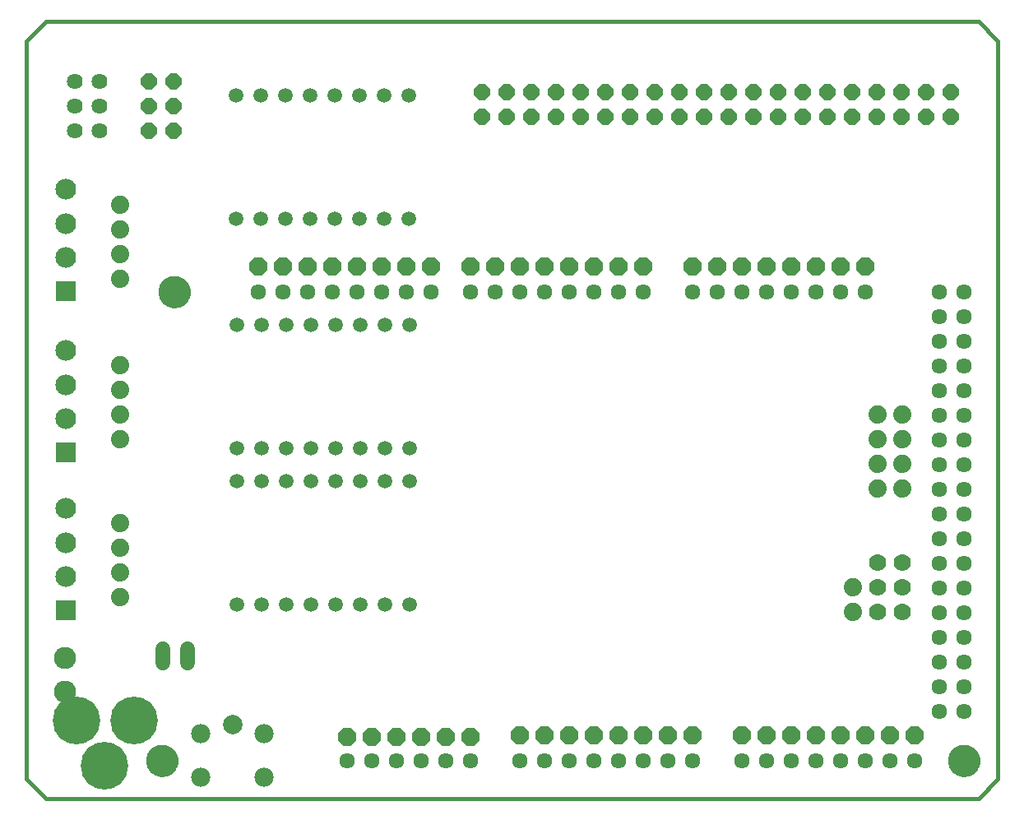
<source format=gbs>
G75*
G70*
%OFA0B0*%
%FSLAX24Y24*%
%IPPOS*%
%LPD*%
%AMOC8*
5,1,8,0,0,1.08239X$1,22.5*
%
%ADD10C,0.0160*%
%ADD11C,0.0634*%
%ADD12C,0.0000*%
%ADD13C,0.1300*%
%ADD14C,0.0740*%
%ADD15C,0.0594*%
%ADD16C,0.0640*%
%ADD17C,0.1930*%
%ADD18C,0.0600*%
%ADD19R,0.0840X0.0840*%
%ADD20C,0.0840*%
%ADD21C,0.0900*%
%ADD22C,0.0780*%
%ADD23OC8,0.0740*%
%ADD24C,0.0700*%
%ADD25OC8,0.0640*%
%ADD26C,0.0790*%
D10*
X003160Y001147D02*
X003947Y000359D01*
X041743Y000359D01*
X042530Y001147D01*
X042530Y031068D01*
X041743Y031855D01*
X003947Y031855D01*
X003160Y031068D01*
X003160Y001147D01*
D11*
X016160Y001891D03*
X017160Y001891D03*
X018160Y001891D03*
X019160Y001891D03*
X020160Y001891D03*
X021160Y001891D03*
X023160Y001891D03*
X024160Y001891D03*
X025160Y001891D03*
X026160Y001891D03*
X027160Y001891D03*
X028160Y001891D03*
X029160Y001891D03*
X030160Y001891D03*
X032160Y001891D03*
X033160Y001891D03*
X034160Y001891D03*
X035160Y001891D03*
X036160Y001891D03*
X037160Y001891D03*
X038160Y001891D03*
X039160Y001891D03*
X040160Y003891D03*
X041160Y003891D03*
X041160Y004891D03*
X040160Y004891D03*
X040160Y005891D03*
X041160Y005891D03*
X041160Y006891D03*
X040160Y006891D03*
X040160Y007891D03*
X041160Y007891D03*
X041160Y008891D03*
X040160Y008891D03*
X040160Y009891D03*
X041160Y009891D03*
X041160Y010891D03*
X040160Y010891D03*
X040160Y011891D03*
X041160Y011891D03*
X041160Y012891D03*
X040160Y012891D03*
X040160Y013891D03*
X041160Y013891D03*
X041160Y014891D03*
X040160Y014891D03*
X040160Y015891D03*
X041160Y015891D03*
X041160Y016891D03*
X040160Y016891D03*
X040160Y017891D03*
X041160Y017891D03*
X041160Y018891D03*
X040160Y018891D03*
X040160Y019891D03*
X041160Y019891D03*
X041160Y020891D03*
X040160Y020891D03*
X037160Y020891D03*
X036160Y020891D03*
X035160Y020891D03*
X034160Y020891D03*
X033160Y020891D03*
X032160Y020891D03*
X031160Y020891D03*
X030160Y020891D03*
X028160Y020891D03*
X027160Y020891D03*
X026160Y020891D03*
X025160Y020891D03*
X024160Y020891D03*
X023160Y020891D03*
X022160Y020891D03*
X021160Y020891D03*
X019560Y020891D03*
X018560Y020891D03*
X017560Y020891D03*
X016560Y020891D03*
X015560Y020891D03*
X014560Y020891D03*
X013560Y020891D03*
X012560Y020891D03*
D12*
X008530Y020891D02*
X008532Y020941D01*
X008538Y020991D01*
X008548Y021040D01*
X008562Y021088D01*
X008579Y021135D01*
X008600Y021180D01*
X008625Y021224D01*
X008653Y021265D01*
X008685Y021304D01*
X008719Y021341D01*
X008756Y021375D01*
X008796Y021405D01*
X008838Y021432D01*
X008882Y021456D01*
X008928Y021477D01*
X008975Y021493D01*
X009023Y021506D01*
X009073Y021515D01*
X009122Y021520D01*
X009173Y021521D01*
X009223Y021518D01*
X009272Y021511D01*
X009321Y021500D01*
X009369Y021485D01*
X009415Y021467D01*
X009460Y021445D01*
X009503Y021419D01*
X009544Y021390D01*
X009583Y021358D01*
X009619Y021323D01*
X009651Y021285D01*
X009681Y021245D01*
X009708Y021202D01*
X009731Y021158D01*
X009750Y021112D01*
X009766Y021064D01*
X009778Y021015D01*
X009786Y020966D01*
X009790Y020916D01*
X009790Y020866D01*
X009786Y020816D01*
X009778Y020767D01*
X009766Y020718D01*
X009750Y020670D01*
X009731Y020624D01*
X009708Y020580D01*
X009681Y020537D01*
X009651Y020497D01*
X009619Y020459D01*
X009583Y020424D01*
X009544Y020392D01*
X009503Y020363D01*
X009460Y020337D01*
X009415Y020315D01*
X009369Y020297D01*
X009321Y020282D01*
X009272Y020271D01*
X009223Y020264D01*
X009173Y020261D01*
X009122Y020262D01*
X009073Y020267D01*
X009023Y020276D01*
X008975Y020289D01*
X008928Y020305D01*
X008882Y020326D01*
X008838Y020350D01*
X008796Y020377D01*
X008756Y020407D01*
X008719Y020441D01*
X008685Y020478D01*
X008653Y020517D01*
X008625Y020558D01*
X008600Y020602D01*
X008579Y020647D01*
X008562Y020694D01*
X008548Y020742D01*
X008538Y020791D01*
X008532Y020841D01*
X008530Y020891D01*
X008030Y001891D02*
X008032Y001941D01*
X008038Y001991D01*
X008048Y002040D01*
X008062Y002088D01*
X008079Y002135D01*
X008100Y002180D01*
X008125Y002224D01*
X008153Y002265D01*
X008185Y002304D01*
X008219Y002341D01*
X008256Y002375D01*
X008296Y002405D01*
X008338Y002432D01*
X008382Y002456D01*
X008428Y002477D01*
X008475Y002493D01*
X008523Y002506D01*
X008573Y002515D01*
X008622Y002520D01*
X008673Y002521D01*
X008723Y002518D01*
X008772Y002511D01*
X008821Y002500D01*
X008869Y002485D01*
X008915Y002467D01*
X008960Y002445D01*
X009003Y002419D01*
X009044Y002390D01*
X009083Y002358D01*
X009119Y002323D01*
X009151Y002285D01*
X009181Y002245D01*
X009208Y002202D01*
X009231Y002158D01*
X009250Y002112D01*
X009266Y002064D01*
X009278Y002015D01*
X009286Y001966D01*
X009290Y001916D01*
X009290Y001866D01*
X009286Y001816D01*
X009278Y001767D01*
X009266Y001718D01*
X009250Y001670D01*
X009231Y001624D01*
X009208Y001580D01*
X009181Y001537D01*
X009151Y001497D01*
X009119Y001459D01*
X009083Y001424D01*
X009044Y001392D01*
X009003Y001363D01*
X008960Y001337D01*
X008915Y001315D01*
X008869Y001297D01*
X008821Y001282D01*
X008772Y001271D01*
X008723Y001264D01*
X008673Y001261D01*
X008622Y001262D01*
X008573Y001267D01*
X008523Y001276D01*
X008475Y001289D01*
X008428Y001305D01*
X008382Y001326D01*
X008338Y001350D01*
X008296Y001377D01*
X008256Y001407D01*
X008219Y001441D01*
X008185Y001478D01*
X008153Y001517D01*
X008125Y001558D01*
X008100Y001602D01*
X008079Y001647D01*
X008062Y001694D01*
X008048Y001742D01*
X008038Y001791D01*
X008032Y001841D01*
X008030Y001891D01*
X040530Y001891D02*
X040532Y001941D01*
X040538Y001991D01*
X040548Y002040D01*
X040562Y002088D01*
X040579Y002135D01*
X040600Y002180D01*
X040625Y002224D01*
X040653Y002265D01*
X040685Y002304D01*
X040719Y002341D01*
X040756Y002375D01*
X040796Y002405D01*
X040838Y002432D01*
X040882Y002456D01*
X040928Y002477D01*
X040975Y002493D01*
X041023Y002506D01*
X041073Y002515D01*
X041122Y002520D01*
X041173Y002521D01*
X041223Y002518D01*
X041272Y002511D01*
X041321Y002500D01*
X041369Y002485D01*
X041415Y002467D01*
X041460Y002445D01*
X041503Y002419D01*
X041544Y002390D01*
X041583Y002358D01*
X041619Y002323D01*
X041651Y002285D01*
X041681Y002245D01*
X041708Y002202D01*
X041731Y002158D01*
X041750Y002112D01*
X041766Y002064D01*
X041778Y002015D01*
X041786Y001966D01*
X041790Y001916D01*
X041790Y001866D01*
X041786Y001816D01*
X041778Y001767D01*
X041766Y001718D01*
X041750Y001670D01*
X041731Y001624D01*
X041708Y001580D01*
X041681Y001537D01*
X041651Y001497D01*
X041619Y001459D01*
X041583Y001424D01*
X041544Y001392D01*
X041503Y001363D01*
X041460Y001337D01*
X041415Y001315D01*
X041369Y001297D01*
X041321Y001282D01*
X041272Y001271D01*
X041223Y001264D01*
X041173Y001261D01*
X041122Y001262D01*
X041073Y001267D01*
X041023Y001276D01*
X040975Y001289D01*
X040928Y001305D01*
X040882Y001326D01*
X040838Y001350D01*
X040796Y001377D01*
X040756Y001407D01*
X040719Y001441D01*
X040685Y001478D01*
X040653Y001517D01*
X040625Y001558D01*
X040600Y001602D01*
X040579Y001647D01*
X040562Y001694D01*
X040548Y001742D01*
X040538Y001791D01*
X040532Y001841D01*
X040530Y001891D01*
D13*
X041160Y001891D03*
X009160Y020891D03*
X008660Y001891D03*
D14*
X006960Y008528D03*
X006960Y009528D03*
X006960Y010528D03*
X006960Y011528D03*
X006960Y014925D03*
X006960Y015925D03*
X006960Y016925D03*
X006960Y017925D03*
X006960Y021409D03*
X006960Y022409D03*
X006960Y023409D03*
X006960Y024409D03*
X036660Y008909D03*
X036660Y007909D03*
X037660Y012909D03*
X038660Y012909D03*
X038660Y013909D03*
X037660Y013909D03*
X037660Y014909D03*
X038660Y014909D03*
X038660Y015909D03*
X037660Y015909D03*
D15*
X018688Y014556D03*
X017688Y014556D03*
X016688Y014556D03*
X015688Y014556D03*
X014688Y014556D03*
X013688Y014556D03*
X012688Y014556D03*
X011688Y014556D03*
X011707Y013237D03*
X012707Y013237D03*
X013707Y013237D03*
X014707Y013237D03*
X015707Y013237D03*
X016707Y013237D03*
X017707Y013237D03*
X018707Y013237D03*
X018707Y008237D03*
X017707Y008237D03*
X016707Y008237D03*
X015707Y008237D03*
X014707Y008237D03*
X013707Y008237D03*
X012707Y008237D03*
X011707Y008237D03*
X011688Y019556D03*
X012688Y019556D03*
X013688Y019556D03*
X014688Y019556D03*
X015688Y019556D03*
X016688Y019556D03*
X017688Y019556D03*
X018688Y019556D03*
X018660Y023859D03*
X017660Y023859D03*
X016660Y023859D03*
X015660Y023859D03*
X014660Y023859D03*
X013660Y023859D03*
X012660Y023859D03*
X011660Y023859D03*
X011660Y028859D03*
X012660Y028859D03*
X013660Y028859D03*
X014660Y028859D03*
X015660Y028859D03*
X016660Y028859D03*
X017660Y028859D03*
X018660Y028859D03*
D16*
X006126Y028406D03*
X005126Y028406D03*
X005126Y029406D03*
X006126Y029406D03*
X006126Y027406D03*
X005126Y027406D03*
D17*
X005191Y003536D03*
X006333Y001686D03*
X007514Y003536D03*
D18*
X008681Y005869D02*
X008681Y006429D01*
X009681Y006429D02*
X009681Y005869D01*
D19*
X004760Y007981D03*
X004760Y014375D03*
X004760Y020909D03*
D20*
X004760Y022287D03*
X004760Y023665D03*
X004760Y025043D03*
X004760Y018509D03*
X004760Y017131D03*
X004760Y015753D03*
X004760Y012115D03*
X004760Y010737D03*
X004760Y009359D03*
D21*
X004729Y006067D03*
X004729Y004690D03*
D22*
X010230Y002999D03*
X012790Y002999D03*
X012790Y001219D03*
X010230Y001219D03*
D23*
X016160Y002859D03*
X017160Y002859D03*
X018160Y002859D03*
X019160Y002859D03*
X020160Y002859D03*
X021160Y002859D03*
X023160Y002909D03*
X024160Y002909D03*
X025160Y002909D03*
X026160Y002909D03*
X027160Y002909D03*
X028160Y002909D03*
X029160Y002909D03*
X030160Y002909D03*
X032160Y002909D03*
X033160Y002909D03*
X034160Y002909D03*
X035160Y002909D03*
X036160Y002909D03*
X037160Y002909D03*
X038160Y002909D03*
X039160Y002909D03*
X037160Y021909D03*
X036160Y021909D03*
X035160Y021909D03*
X034160Y021909D03*
X033160Y021909D03*
X032160Y021909D03*
X031160Y021909D03*
X030160Y021909D03*
X028160Y021909D03*
X027160Y021909D03*
X026160Y021909D03*
X025160Y021909D03*
X024160Y021909D03*
X023160Y021909D03*
X022160Y021909D03*
X021160Y021909D03*
X019560Y021909D03*
X018560Y021909D03*
X017560Y021909D03*
X016560Y021909D03*
X015560Y021909D03*
X014560Y021909D03*
X013560Y021909D03*
X012560Y021909D03*
D24*
X037660Y009909D03*
X037660Y008909D03*
X037660Y007909D03*
X038660Y007909D03*
X038660Y008909D03*
X038660Y009909D03*
D25*
X038617Y027973D03*
X039617Y027973D03*
X040617Y027973D03*
X040617Y028973D03*
X039617Y028973D03*
X038617Y028973D03*
X037617Y028973D03*
X036617Y028973D03*
X035617Y028973D03*
X034617Y028973D03*
X033617Y028973D03*
X032617Y028973D03*
X031617Y028973D03*
X030617Y028973D03*
X029617Y028973D03*
X028617Y028973D03*
X027617Y028973D03*
X026617Y028973D03*
X025617Y028973D03*
X024617Y028973D03*
X023617Y028973D03*
X022617Y028973D03*
X021617Y028973D03*
X021617Y027973D03*
X022617Y027973D03*
X023617Y027973D03*
X024617Y027973D03*
X025617Y027973D03*
X026617Y027973D03*
X027617Y027973D03*
X028617Y027973D03*
X029617Y027973D03*
X030617Y027973D03*
X031617Y027973D03*
X032617Y027973D03*
X033617Y027973D03*
X034617Y027973D03*
X035617Y027973D03*
X036617Y027973D03*
X037617Y027973D03*
X009110Y028409D03*
X008110Y028409D03*
X008110Y027409D03*
X009110Y027409D03*
X009110Y029409D03*
X008110Y029409D03*
D26*
X011510Y003359D03*
M02*

</source>
